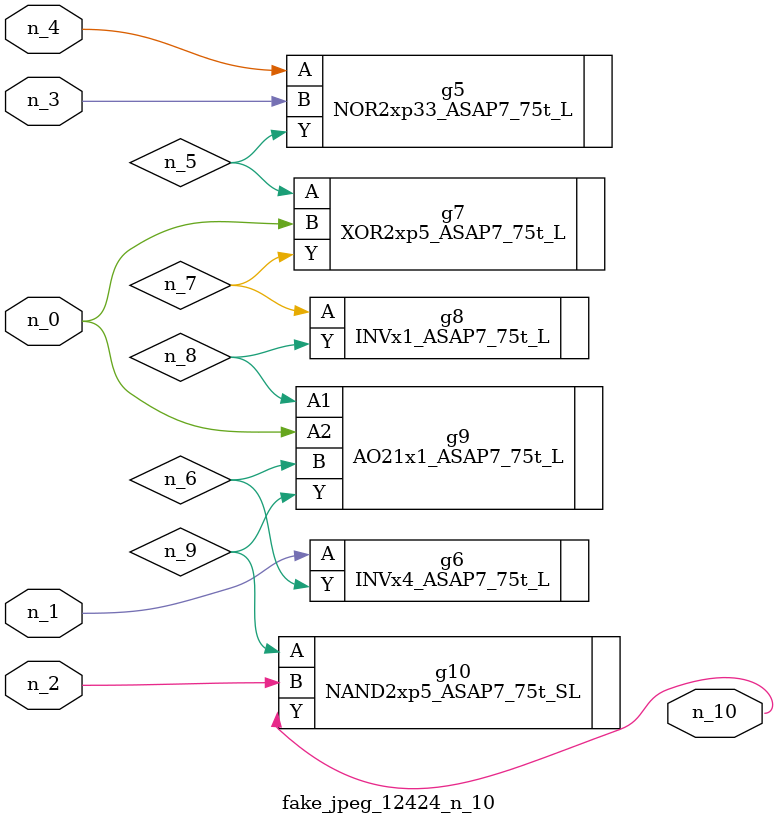
<source format=v>
module fake_jpeg_12424_n_10 (n_3, n_2, n_1, n_0, n_4, n_10);

input n_3;
input n_2;
input n_1;
input n_0;
input n_4;

output n_10;

wire n_8;
wire n_9;
wire n_6;
wire n_5;
wire n_7;

NOR2xp33_ASAP7_75t_L g5 ( 
.A(n_4),
.B(n_3),
.Y(n_5)
);

INVx4_ASAP7_75t_L g6 ( 
.A(n_1),
.Y(n_6)
);

XOR2xp5_ASAP7_75t_L g7 ( 
.A(n_5),
.B(n_0),
.Y(n_7)
);

INVx1_ASAP7_75t_L g8 ( 
.A(n_7),
.Y(n_8)
);

AO21x1_ASAP7_75t_L g9 ( 
.A1(n_8),
.A2(n_0),
.B(n_6),
.Y(n_9)
);

NAND2xp5_ASAP7_75t_SL g10 ( 
.A(n_9),
.B(n_2),
.Y(n_10)
);


endmodule
</source>
